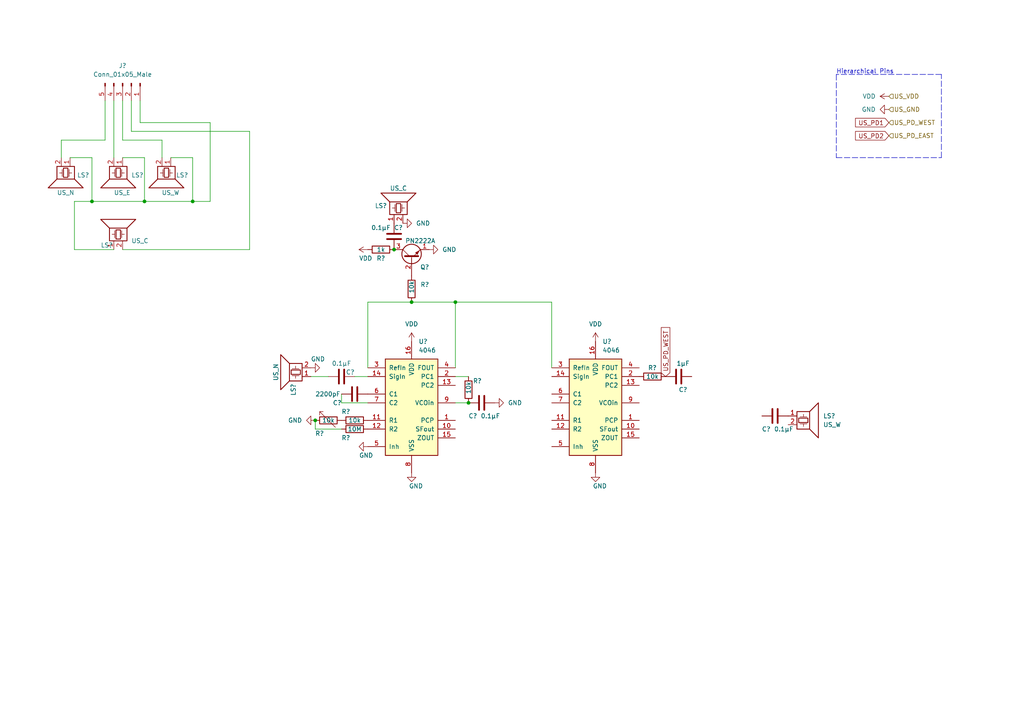
<source format=kicad_sch>
(kicad_sch (version 20211123) (generator eeschema)
  (paper "A4")
  (lib_symbols
    (symbol "4xxx:4046" (pin_names (offset 1.016))
      (property "Reference" "U" (at -7.62 13.97 0))
      (property "Value" "4046" (at -7.62 -16.51 0))
      (symbol "4046_1_0"
        (pin output line (at 12.7 -5.08 180) (length 5.08) (name "PCP") (number "1"))
        (pin output line (at 12.7 -7.62 180) (length 5.08) (name "SFout") (number "10"))
        (pin input line (at -12.7 -5.08 0) (length 5.08) (name "R1") (number "11"))
        (pin input line (at -12.7 -7.62 0) (length 5.08) (name "R2") (number "12"))
        (pin tri_state line (at 12.7 5.08 180) (length 5.08) (name "PC2") (number "13"))
        (pin input line (at -12.7 7.62 0) (length 5.08) (name "SigIn") (number "14"))
        (pin output line (at 12.7 -10.16 180) (length 5.08) (name "ZOUT") (number "15"))
        (pin power_in line (at 0 17.78 270) (length 5.08) (name "VDD") (number "16"))
        (pin output line (at 12.7 7.62 180) (length 5.08) (name "PC1") (number "2"))
        (pin input line (at -12.7 10.16 0) (length 5.08) (name "RefIn") (number "3"))
        (pin input line (at 12.7 10.16 180) (length 5.08) (name "FOUT") (number "4"))
        (pin input line (at -12.7 -12.7 0) (length 5.08) (name "Inh") (number "5"))
        (pin input line (at -12.7 2.54 0) (length 5.08) (name "C1") (number "6"))
        (pin input line (at -12.7 0 0) (length 5.08) (name "C2") (number "7"))
        (pin power_in line (at 0 -20.32 90) (length 5.08) (name "VSS") (number "8"))
        (pin input line (at 12.7 0 180) (length 5.08) (name "VCOin") (number "9"))
      )
      (symbol "4046_1_1"
        (rectangle (start -7.62 12.7) (end 7.62 -15.24) (stroke (width 0.254)) (fill (type background)))
      )
    )
    (symbol "Connector:Conn_01x05_Male" (pin_names (offset 1.016) hide)
      (property "Reference" "J" (at 0 7.62 0))
      (property "Value" "Conn_01x05_Male" (at 0 -7.62 0))
      (symbol "Conn_01x05_Male_1_1"
        (polyline (pts (xy 1.27 -5.08) (xy 0.8636 -5.08)) (stroke (width 0.1524)))
        (polyline (pts (xy 1.27 -2.54) (xy 0.8636 -2.54)) (stroke (width 0.1524)))
        (polyline (pts (xy 1.27 0) (xy 0.8636 0)) (stroke (width 0.1524)))
        (polyline (pts (xy 1.27 2.54) (xy 0.8636 2.54)) (stroke (width 0.1524)))
        (polyline (pts (xy 1.27 5.08) (xy 0.8636 5.08)) (stroke (width 0.1524)))
        (rectangle (start 0.8636 -4.953) (end 0 -5.207) (stroke (width 0.1524)) (fill (type outline)))
        (rectangle (start 0.8636 -2.413) (end 0 -2.667) (stroke (width 0.1524)) (fill (type outline)))
        (rectangle (start 0.8636 0.127) (end 0 -0.127) (stroke (width 0.1524)) (fill (type outline)))
        (rectangle (start 0.8636 2.667) (end 0 2.413) (stroke (width 0.1524)) (fill (type outline)))
        (rectangle (start 0.8636 5.207) (end 0 4.953) (stroke (width 0.1524)) (fill (type outline)))
        (pin passive line (at 5.08 5.08 180) (length 3.81) (name "Pin_1") (number "1"))
        (pin passive line (at 5.08 2.54 180) (length 3.81) (name "Pin_2") (number "2"))
        (pin passive line (at 5.08 0 180) (length 3.81) (name "Pin_3") (number "3"))
        (pin passive line (at 5.08 -2.54 180) (length 3.81) (name "Pin_4") (number "4"))
        (pin passive line (at 5.08 -5.08 180) (length 3.81) (name "Pin_5") (number "5"))
      )
    )
    (symbol "Device:C" (pin_numbers hide) (pin_names (offset 0.254))
      (property "Reference" "C" (at 0.635 2.54 0))
      (property "Value" "C" (at 0.635 -2.54 0))
      (symbol "C_0_1"
        (polyline (pts (xy -2.032 -0.762) (xy 2.032 -0.762)) (stroke (width 0.508)))
        (polyline (pts (xy -2.032 0.762) (xy 2.032 0.762)) (stroke (width 0.508)))
      )
      (symbol "C_1_1"
        (pin passive line (at 0 3.81 270) (length 2.794) (name "~") (number "1"))
        (pin passive line (at 0 -3.81 90) (length 2.794) (name "~") (number "2"))
      )
    )
    (symbol "Device:R" (pin_numbers hide) (pin_names (offset 0))
      (property "Reference" "R" (at 2.032 0 90))
      (property "Value" "R" (at 0 0 90))
      (symbol "R_0_1"
        (rectangle (start -1.016 -2.54) (end 1.016 2.54) (stroke (width 0.254)))
      )
      (symbol "R_1_1"
        (pin passive line (at 0 3.81 270) (length 1.27) (name "~") (number "1"))
        (pin passive line (at 0 -3.81 90) (length 1.27) (name "~") (number "2"))
      )
    )
    (symbol "Device:R_Variable" (pin_numbers hide) (pin_names (offset 0))
      (property "Reference" "R" (at 2.54 -2.54 90))
      (property "Value" "R_Variable" (at -2.54 -1.27 90))
      (symbol "R_Variable_0_1"
        (rectangle (start -1.016 -2.54) (end 1.016 2.54) (stroke (width 0.254)))
        (polyline (pts (xy 2.54 1.524) (xy 2.54 2.54) (xy 1.524 2.54) (xy 2.54 2.54) (xy -2.032 -2.032)))
      )
      (symbol "R_Variable_1_1"
        (pin passive line (at 0 3.81 270) (length 1.27) (name "~") (number "1"))
        (pin passive line (at 0 -3.81 90) (length 1.27) (name "~") (number "2"))
      )
    )
    (symbol "Device:Speaker_Ultrasound" (pin_names (offset 0) hide)
      (property "Reference" "LS" (at 0.635 5.715 0))
      (property "Value" "Speaker_Ultrasound" (at 0.635 3.81 0))
      (symbol "Speaker_Ultrasound_0_0"
        (rectangle (start -2.54 1.27) (end 1.143 -3.81) (stroke (width 0.254)))
        (rectangle (start -2.032 -0.635) (end 0.635 -1.905) (stroke (width 0.254)))
        (polyline (pts (xy -1.651 -2.286) (xy 0.381 -2.286)))
        (polyline (pts (xy -1.651 -0.254) (xy 0.381 -0.254)))
        (polyline (pts (xy -0.635 -2.286) (xy -0.635 -3.048)))
        (polyline (pts (xy -0.635 -0.254) (xy -0.635 0.508)))
        (polyline (pts (xy 1.143 1.27) (xy 3.683 3.81) (xy 3.683 -6.35) (xy 1.143 -3.81)) (stroke (width 0.254)))
      )
      (symbol "Speaker_Ultrasound_1_1"
        (pin input line (at -5.08 0 0) (length 2.54) (name "1") (number "1"))
        (pin input line (at -5.08 -2.54 0) (length 2.54) (name "2") (number "2"))
      )
    )
    (symbol "Transistor_BJT:PN2222A" (pin_names (offset 0) hide)
      (property "Reference" "Q" (at 5.08 1.905 0))
      (property "Value" "PN2222A" (at 5.08 0 0))
      (symbol "PN2222A_0_1"
        (polyline (pts (xy 0 0) (xy 0.635 0)))
        (polyline (pts (xy 2.54 -2.54) (xy 0.635 -0.635)))
        (polyline (pts (xy 2.54 2.54) (xy 0.635 0.635)))
        (polyline (pts (xy 0.635 1.905) (xy 0.635 -1.905) (xy 0.635 -1.905)) (stroke (width 0.508)))
        (polyline (pts (xy 2.413 -2.413) (xy 1.905 -1.905) (xy 1.905 -1.905)))
        (polyline (pts (xy 1.143 -1.651) (xy 1.651 -1.143) (xy 2.159 -2.159) (xy 1.143 -1.651) (xy 1.143 -1.651)) (fill (type outline)))
        (circle (center 1.27 0) (radius 2.8194) (stroke (width 0.254)))
      )
      (symbol "PN2222A_1_1"
        (pin passive line (at 2.54 -5.08 90) (length 2.54) (name "E") (number "1"))
        (pin input line (at -5.08 0 0) (length 5.08) (name "B") (number "2"))
        (pin passive line (at 2.54 5.08 270) (length 2.54) (name "C") (number "3"))
      )
    )
    (symbol "power:GND" (power) (pin_names (offset 0))
      (property "Value" "GND" (at 0 -3.81 0))
      (symbol "GND_0_1"
        (polyline (pts (xy 0 0) (xy 0 -1.27) (xy 1.27 -1.27) (xy 0 -2.54) (xy -1.27 -1.27) (xy 0 -1.27)))
      )
      (symbol "GND_1_1"
        (pin power_in line (at 0 0 270) (length 0) hide (name "GND") (number "1"))
      )
    )
    (symbol "power:VDD" (power) (pin_names (offset 0))
      (property "Value" "VDD" (at 0 3.81 0))
      (symbol "VDD_0_1"
        (polyline (pts (xy -0.762 1.27) (xy 0 2.54)))
        (polyline (pts (xy 0 0) (xy 0 2.54)))
        (polyline (pts (xy 0 2.54) (xy 0.762 1.27)))
      )
      (symbol "VDD_1_1"
        (pin power_in line (at 0 0 90) (length 0) hide (name "VDD") (number "1"))
      )
    )
  )
  (junction (at 119.38 87.63))
  (junction (at 41.91 58.42))
  (junction (at 26.67 58.42))
  (junction (at 55.88 58.42))
  (junction (at 114.3 72.39))
  (junction (at 91.44 121.92))
  (junction (at 132.08 87.63))
  (junction (at 135.89 116.84))
  (polyline (pts (xy 273.05 21.59) (xy 242.57 21.59)))
  (wire (pts (xy 17.78 40.64) (xy 30.48 40.64)))
  (wire (pts (xy 99.06 124.46) (xy 91.44 124.46)))
  (wire (pts (xy 132.08 116.84) (xy 135.89 116.84)))
  (polyline (pts (xy 273.05 45.72) (xy 273.05 21.59)))
  (wire (pts (xy 17.78 45.72) (xy 17.78 40.64)))
  (wire (pts (xy 21.59 58.42) (xy 26.67 58.42)))
  (wire (pts (xy 46.99 45.72) (xy 46.99 40.64)))
  (wire (pts (xy 41.91 45.72) (xy 41.91 58.42)))
  (wire (pts (xy 26.67 58.42) (xy 41.91 58.42)))
  (wire (pts (xy 132.08 87.63) (xy 160.02 87.63)))
  (wire (pts (xy 26.67 45.72) (xy 26.67 58.42)))
  (wire (pts (xy 106.68 116.84) (xy 99.06 116.84)))
  (wire (pts (xy 102.87 109.22) (xy 106.68 109.22)))
  (wire (pts (xy 72.39 72.39) (xy 35.56 72.39)))
  (wire (pts (xy 55.88 45.72) (xy 55.88 58.42)))
  (wire (pts (xy 46.99 40.64) (xy 35.56 40.64)))
  (wire (pts (xy 20.32 45.72) (xy 26.67 45.72)))
  (wire (pts (xy 33.02 72.39) (xy 21.59 72.39)))
  (wire (pts (xy 35.56 45.72) (xy 41.91 45.72)))
  (wire (pts (xy 119.38 87.63) (xy 106.68 87.63)))
  (wire (pts (xy 132.08 109.22) (xy 135.89 109.22)))
  (wire (pts (xy 41.91 58.42) (xy 55.88 58.42)))
  (wire (pts (xy 38.1 38.1) (xy 72.39 38.1)))
  (wire (pts (xy 49.53 45.72) (xy 55.88 45.72)))
  (wire (pts (xy 40.64 35.56) (xy 40.64 29.21)))
  (wire (pts (xy 106.68 87.63) (xy 106.68 106.68)))
  (wire (pts (xy 132.08 87.63) (xy 119.38 87.63)))
  (wire (pts (xy 30.48 40.64) (xy 30.48 29.21)))
  (wire (pts (xy 35.56 40.64) (xy 35.56 29.21)))
  (wire (pts (xy 33.02 29.21) (xy 33.02 45.72)))
  (wire (pts (xy 60.96 35.56) (xy 40.64 35.56)))
  (wire (pts (xy 55.88 58.42) (xy 60.96 58.42)))
  (wire (pts (xy 99.06 116.84) (xy 99.06 114.3)))
  (wire (pts (xy 91.44 124.46) (xy 91.44 121.92)))
  (wire (pts (xy 38.1 38.1) (xy 38.1 29.21)))
  (wire (pts (xy 60.96 58.42) (xy 60.96 35.56)))
  (wire (pts (xy 132.08 106.68) (xy 132.08 87.63)))
  (wire (pts (xy 72.39 38.1) (xy 72.39 72.39)))
  (polyline (pts (xy 242.57 45.72) (xy 273.05 45.72)))
  (wire (pts (xy 160.02 106.68) (xy 160.02 87.63)))
  (polyline (pts (xy 242.57 21.59) (xy 242.57 45.72)))
  (wire (pts (xy 90.17 109.22) (xy 95.25 109.22)))
  (wire (pts (xy 21.59 72.39) (xy 21.59 58.42)))
  (text "Hierarchical Pins" (at 242.57 21.59 0) (effects (font (size 1.27 1.27)) (justify left bottom)))
  (global_label "US_PD2" (shape input) (at 257.81 39.37 180) (property "Intersheet References" "${INTERSHEET_REFS}" (effects hide)))
  (global_label "US_PD_WEST" (shape input) (at 193.04 109.22 90) (property "Intersheet References" "${INTERSHEET_REFS}" (effects hide)))
  (global_label "US_PD1" (shape input) (at 257.81 35.56 180) (property "Intersheet References" "${INTERSHEET_REFS}" (effects hide)))
  (hierarchical_label "US_PD_EAST" (shape input) (at 257.81 39.37 0))
  (hierarchical_label "US_PD_WEST" (shape input) (at 257.81 35.56 0))
  (hierarchical_label "US_VDD" (shape input) (at 257.81 27.94 0))
  (hierarchical_label "US_GND" (shape input) (at 257.81 31.75 0))
  (symbol (lib_id "power:GND") (at 119.38 137.16 0) (unit 1)
    (property "Reference" "#PWR?" (effects hide))
    (property "Value" "GND" (at 120.65 140.97 0))
  )
  (symbol (lib_id "power:VDD") (at 106.68 72.39 90) (unit 1)
    (property "Reference" "#PWR?" (effects hide))
    (property "Value" "VDD" (at 104.14 74.93 90) (effects (justify right)))
  )
  (symbol (lib_id "power:GND") (at 172.72 137.16 0) (unit 1)
    (property "Reference" "#PWR?" (effects hide))
    (property "Value" "GND" (at 173.99 140.97 0))
  )
  (symbol (lib_id "Device:Speaker_Ultrasound") (at 233.68 120.65 0) (unit 1)
    (property "Reference" "LS?" (at 238.76 120.6499 0) (effects (justify left)))
    (property "Value" "US_W" (at 238.76 123.1899 0) (effects (justify left)))
  )
  (symbol (lib_id "Device:C") (at 224.79 120.65 270) (unit 1)
    (property "Reference" "C?" (at 222.25 124.46 90))
    (property "Value" "0.1µF" (at 227.33 124.46 90))
  )
  (symbol (lib_id "Device:C") (at 196.85 109.22 90) (unit 1)
    (property "Reference" "C?" (at 198.12 113.03 90))
    (property "Value" "1µF" (at 198.12 105.41 90))
  )
  (symbol (lib_id "power:VDD") (at 257.81 27.94 90) (unit 1)
    (property "Reference" "#PWR?" (effects hide))
    (property "Value" "VDD" (at 254 27.9399 90) (effects (justify left)))
  )
  (symbol (lib_id "Device:C") (at 99.06 109.22 90) (unit 1)
    (property "Reference" "C?" (at 101.6 107.95 90))
    (property "Value" "0.1µF" (at 99.06 105.41 90))
  )
  (symbol (lib_id "Device:Speaker_Ultrasound") (at 35.56 50.8 270) (unit 1)
    (property "Reference" "LS?" (at 38.1 50.8 90) (effects (justify left)))
    (property "Value" "US_E" (at 33.02 55.88 90) (effects (justify left)))
  )
  (symbol (lib_id "Device:R") (at 110.49 72.39 90) (unit 1)
    (property "Reference" "R?" (at 110.49 74.93 90))
    (property "Value" "1k" (at 110.49 72.39 90))
  )
  (symbol (lib_id "Device:Speaker_Ultrasound") (at 20.32 50.8 270) (unit 1)
    (property "Reference" "LS?" (at 24.13 50.8 90))
    (property "Value" "US_N" (at 19.05 55.88 90))
  )
  (symbol (lib_id "Device:C") (at 114.3 68.58 0) (unit 1)
    (property "Reference" "C?" (at 115.57 66.04 0))
    (property "Value" "0.1µF" (at 110.49 66.04 0))
  )
  (symbol (lib_id "Device:C") (at 139.7 116.84 270) (unit 1)
    (property "Reference" "C?" (at 137.16 120.65 90))
    (property "Value" "0.1µF" (at 142.24 120.65 90))
  )
  (symbol (lib_id "Device:R") (at 102.87 121.92 90) (unit 1)
    (property "Reference" "R?" (at 100.33 119.38 90))
    (property "Value" "10k" (at 102.87 121.92 90))
  )
  (symbol (lib_id "Device:R") (at 135.89 113.03 0) (unit 1)
    (property "Reference" "R?" (at 137.16 110.49 0) (effects (justify left)))
    (property "Value" "10k" (at 135.89 114.3 90) (effects (justify left)))
  )
  (symbol (lib_id "Device:Speaker_Ultrasound") (at 85.09 109.22 180) (unit 1)
    (property "Reference" "LS?" (at 85.09 113.03 90))
    (property "Value" "US_N" (at 80.01 107.95 90))
  )
  (symbol (lib_id "Transistor_BJT:PN2222A") (at 119.38 74.93 90) (unit 1)
    (property "Reference" "Q?" (at 123.19 77.47 90))
    (property "Value" "PN2222A" (at 121.92 69.85 90))
    (property "Footprint" "Package_TO_SOT_THT:TO-92_Inline" (effects hide))
    (property "Datasheet" "https://www.onsemi.com/pub/Collateral/PN2222-D.PDF" (effects hide))
  )
  (symbol (lib_id "power:GND") (at 257.81 31.75 270) (unit 1)
    (property "Reference" "#PWR?" (effects hide))
    (property "Value" "GND" (at 254 31.7499 90) (effects (justify right)))
  )
  (symbol (lib_id "Device:R_Variable") (at 95.25 121.92 90) (unit 1)
    (property "Reference" "R?" (at 92.71 125.73 90))
    (property "Value" "10k" (at 95.25 121.92 90))
  )
  (symbol (lib_id "Device:C") (at 102.87 114.3 270) (unit 1)
    (property "Reference" "C?" (at 96.52 116.84 90) (effects (justify left)))
    (property "Value" "2200pF" (at 91.44 114.3 90) (effects (justify left)))
  )
  (symbol (lib_id "4xxx:4046") (at 172.72 116.84 0) (unit 1)
    (property "Reference" "U?" (at 174.7394 99.06 0) (effects (justify left)))
    (property "Value" "4046" (at 174.7394 101.6 0) (effects (justify left)))
    (property "Datasheet" "https://assets.nexperia.com/documents/data-sheet/HEF4046B.pdf" (effects hide))
  )
  (symbol (lib_id "4xxx:4046") (at 119.38 116.84 0) (unit 1)
    (property "Reference" "U?" (at 121.3994 99.06 0) (effects (justify left)))
    (property "Value" "4046" (at 121.3994 101.6 0) (effects (justify left)))
    (property "Datasheet" "https://assets.nexperia.com/documents/data-sheet/HEF4046B.pdf" (effects hide))
  )
  (symbol (lib_id "power:GND") (at 124.46 72.39 90) (unit 1)
    (property "Reference" "#PWR?" (effects hide))
    (property "Value" "GND" (at 128.27 72.3899 90) (effects (justify right)))
  )
  (symbol (lib_id "power:VDD") (at 172.72 99.06 0) (unit 1)
    (property "Reference" "#PWR?" (effects hide))
    (property "Value" "VDD" (at 172.72 93.98 0))
  )
  (symbol (lib_id "Device:Speaker_Ultrasound") (at 33.02 67.31 90) (unit 1)
    (property "Reference" "LS?" (at 29.21 71.12 90) (effects (justify right)))
    (property "Value" "US_C" (at 38.1 69.85 90) (effects (justify right)))
  )
  (symbol (lib_id "Device:R") (at 189.23 109.22 90) (unit 1)
    (property "Reference" "R?" (at 189.23 106.68 90))
    (property "Value" "10k" (at 189.23 109.22 90))
  )
  (symbol (lib_id "Device:R") (at 119.38 83.82 0) (unit 1)
    (property "Reference" "R?" (at 121.92 82.5499 0) (effects (justify left)))
    (property "Value" "10k" (at 119.38 85.09 90) (effects (justify left)))
  )
  (symbol (lib_id "Device:Speaker_Ultrasound") (at 49.53 50.8 270) (unit 1)
    (property "Reference" "LS?" (at 54.61 50.8 90) (effects (justify right)))
    (property "Value" "US_W" (at 52.07 55.88 90) (effects (justify right)))
  )
  (symbol (lib_id "power:GND") (at 106.68 129.54 270) (unit 1)
    (property "Reference" "#PWR?" (effects hide))
    (property "Value" "GND" (at 104.14 132.08 90) (effects (justify left)))
  )
  (symbol (lib_id "power:GND") (at 91.44 121.92 270) (unit 1)
    (property "Reference" "#PWR?" (effects hide))
    (property "Value" "GND" (at 87.63 121.9199 90) (effects (justify right)))
  )
  (symbol (lib_id "power:VDD") (at 119.38 99.06 0) (unit 1)
    (property "Reference" "#PWR?" (effects hide))
    (property "Value" "VDD" (at 119.38 93.98 0))
  )
  (symbol (lib_id "power:GND") (at 143.51 116.84 90) (unit 1)
    (property "Reference" "#PWR?" (effects hide))
    (property "Value" "GND" (at 147.32 116.8399 90) (effects (justify right)))
  )
  (symbol (lib_id "Device:Speaker_Ultrasound") (at 114.3 59.69 90) (unit 1)
    (property "Reference" "LS?" (at 110.49 59.69 90))
    (property "Value" "US_C" (at 115.57 54.61 90))
  )
  (symbol (lib_id "power:GND") (at 116.84 64.77 90) (unit 1)
    (property "Reference" "#PWR?" (effects hide))
    (property "Value" "GND" (at 120.65 64.7699 90) (effects (justify right)))
  )
  (symbol (lib_id "Device:R") (at 102.87 124.46 90) (unit 1)
    (property "Reference" "R?" (at 100.33 127 90))
    (property "Value" "10M" (at 102.87 124.46 90))
  )
  (symbol (lib_id "power:GND") (at 90.17 106.68 90) (unit 1)
    (property "Reference" "#PWR?" (effects hide))
    (property "Value" "GND" (at 90.17 104.14 90) (effects (justify right)))
  )
  (symbol (lib_id "Connector:Conn_01x05_Male") (at 35.56 24.13 270) (unit 1)
    (property "Reference" "J?" (at 35.56 19.05 90))
    (property "Value" "Conn_01x05_Male" (at 35.56 21.59 90))
    (property "Footprint" "Connector_PinHeader_2.54mm:PinHeader_1x05_P2.54mm_Vertical" (effects hide))
  )
)
</source>
